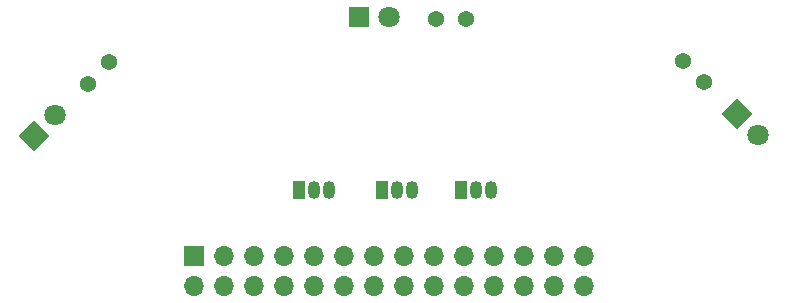
<source format=gbr>
%TF.GenerationSoftware,KiCad,Pcbnew,(7.0.0)*%
%TF.CreationDate,2024-04-01T18:59:34+02:00*%
%TF.ProjectId,Sensing_Subsystem,53656e73-696e-4675-9f53-756273797374,rev?*%
%TF.SameCoordinates,Original*%
%TF.FileFunction,Soldermask,Bot*%
%TF.FilePolarity,Negative*%
%FSLAX46Y46*%
G04 Gerber Fmt 4.6, Leading zero omitted, Abs format (unit mm)*
G04 Created by KiCad (PCBNEW (7.0.0)) date 2024-04-01 18:59:34*
%MOMM*%
%LPD*%
G01*
G04 APERTURE LIST*
G04 Aperture macros list*
%AMRotRect*
0 Rectangle, with rotation*
0 The origin of the aperture is its center*
0 $1 length*
0 $2 width*
0 $3 Rotation angle, in degrees counterclockwise*
0 Add horizontal line*
21,1,$1,$2,0,0,$3*%
G04 Aperture macros list end*
%ADD10RotRect,1.800000X1.800000X315.000000*%
%ADD11C,1.800000*%
%ADD12R,1.050000X1.500000*%
%ADD13O,1.050000X1.500000*%
%ADD14C,1.365000*%
%ADD15RotRect,1.800000X1.800000X45.000000*%
%ADD16R,1.700000X1.700000*%
%ADD17O,1.700000X1.700000*%
%ADD18R,1.800000X1.800000*%
G04 APERTURE END LIST*
D10*
%TO.C,D1*%
X236449417Y-71387601D03*
D11*
X238245469Y-73183653D03*
%TD*%
D12*
%TO.C,Q3*%
X206374999Y-77850999D03*
D13*
X207644999Y-77850999D03*
X208914999Y-77850999D03*
%TD*%
D14*
%TO.C,Q7*%
X231864857Y-66930041D03*
X233680000Y-68707000D03*
%TD*%
D15*
%TO.C,D3*%
X176897397Y-73254417D03*
D11*
X178693449Y-71458367D03*
%TD*%
D14*
%TO.C,Q4*%
X181483000Y-68834000D03*
X183259959Y-67018857D03*
%TD*%
D16*
%TO.C,J1*%
X190459999Y-83401999D03*
D17*
X190459999Y-85941999D03*
X192999999Y-83401999D03*
X192999999Y-85941999D03*
X195539999Y-83401999D03*
X195539999Y-85941999D03*
X198079999Y-83401999D03*
X198079999Y-85941999D03*
X200619999Y-83401999D03*
X200619999Y-85941999D03*
X203159999Y-83401999D03*
X203159999Y-85941999D03*
X205699999Y-83401999D03*
X205699999Y-85941999D03*
X208239999Y-83401999D03*
X208239999Y-85941999D03*
X210779999Y-83401999D03*
X210779999Y-85941999D03*
X213319999Y-83401999D03*
X213319999Y-85941999D03*
X215859999Y-83401999D03*
X215859999Y-85941999D03*
X218399999Y-83401999D03*
X218399999Y-85941999D03*
X220939999Y-83401999D03*
X220939999Y-85941999D03*
X223479999Y-83401999D03*
X223479999Y-85941999D03*
%TD*%
D14*
%TO.C,Q2*%
X210940000Y-63373000D03*
X213480000Y-63346000D03*
%TD*%
D12*
%TO.C,Q1*%
X213105999Y-77850999D03*
D13*
X214375999Y-77850999D03*
X215645999Y-77850999D03*
%TD*%
D12*
%TO.C,Q5*%
X199389999Y-77850999D03*
D13*
X200659999Y-77850999D03*
X201929999Y-77850999D03*
%TD*%
D18*
%TO.C,D2*%
X204469999Y-63218999D03*
D11*
X207010000Y-63219000D03*
%TD*%
M02*

</source>
